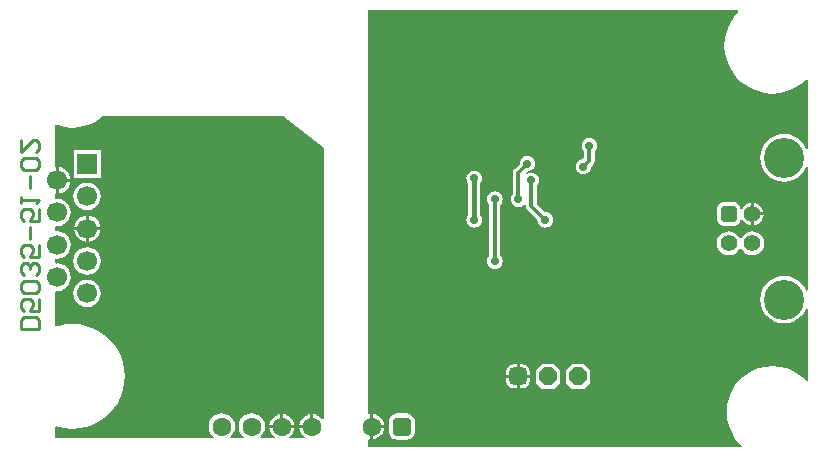
<source format=gbl>
G04*
G04 #@! TF.GenerationSoftware,Altium Limited,Altium Designer,22.6.1 (34)*
G04*
G04 Layer_Physical_Order=2*
G04 Layer_Color=16711680*
%FSLAX25Y25*%
%MOIN*%
G70*
G04*
G04 #@! TF.SameCoordinates,9ADE90FA-7DC8-4C6E-95E8-500F00D2387A*
G04*
G04*
G04 #@! TF.FilePolarity,Positive*
G04*
G01*
G75*
%ADD34C,0.01181*%
%ADD72C,0.01575*%
%ADD75C,0.06299*%
G04:AMPARAMS|DCode=76|XSize=62.99mil|YSize=62.99mil|CornerRadius=15.75mil|HoleSize=0mil|Usage=FLASHONLY|Rotation=0.000|XOffset=0mil|YOffset=0mil|HoleType=Round|Shape=RoundedRectangle|*
%AMROUNDEDRECTD76*
21,1,0.06299,0.03150,0,0,0.0*
21,1,0.03150,0.06299,0,0,0.0*
1,1,0.03150,0.01575,-0.01575*
1,1,0.03150,-0.01575,-0.01575*
1,1,0.03150,-0.01575,0.01575*
1,1,0.03150,0.01575,0.01575*
%
%ADD76ROUNDEDRECTD76*%
%ADD77P,0.06392X8X22.5*%
G04:AMPARAMS|DCode=78|XSize=59.06mil|YSize=59.06mil|CornerRadius=14.76mil|HoleSize=0mil|Usage=FLASHONLY|Rotation=0.000|XOffset=0mil|YOffset=0mil|HoleType=Round|Shape=RoundedRectangle|*
%AMROUNDEDRECTD78*
21,1,0.05906,0.02953,0,0,0.0*
21,1,0.02953,0.05906,0,0,0.0*
1,1,0.02953,0.01476,-0.01476*
1,1,0.02953,-0.01476,-0.01476*
1,1,0.02953,-0.01476,0.01476*
1,1,0.02953,0.01476,0.01476*
%
%ADD78ROUNDEDRECTD78*%
%ADD79C,0.06693*%
%ADD80R,0.06693X0.06693*%
%ADD81C,0.13386*%
%ADD82C,0.05512*%
G04:AMPARAMS|DCode=83|XSize=55.12mil|YSize=55.12mil|CornerRadius=13.78mil|HoleSize=0mil|Usage=FLASHONLY|Rotation=90.000|XOffset=0mil|YOffset=0mil|HoleType=Round|Shape=RoundedRectangle|*
%AMROUNDEDRECTD83*
21,1,0.05512,0.02756,0,0,90.0*
21,1,0.02756,0.05512,0,0,90.0*
1,1,0.02756,0.01378,0.01378*
1,1,0.02756,0.01378,-0.01378*
1,1,0.02756,-0.01378,-0.01378*
1,1,0.02756,-0.01378,0.01378*
%
%ADD83ROUNDEDRECTD83*%
%ADD84C,0.02756*%
%ADD85C,0.01000*%
G36*
X106299Y103596D02*
X106299Y13687D01*
Y13334D01*
X105799Y13164D01*
X105322Y13786D01*
X104455Y14451D01*
X103445Y14870D01*
X102862Y14946D01*
Y10827D01*
X102362D01*
Y10327D01*
X98243D01*
X98319Y9743D01*
X98738Y8734D01*
X99403Y7867D01*
X100025Y7390D01*
X99855Y6890D01*
X94869D01*
X94700Y7390D01*
X95322Y7867D01*
X95987Y8734D01*
X96405Y9743D01*
X96482Y10327D01*
X88243D01*
X88319Y9743D01*
X88737Y8734D01*
X89403Y7867D01*
X90025Y7390D01*
X89855Y6890D01*
X85198D01*
X85028Y7390D01*
X85464Y7725D01*
X86162Y8633D01*
X86600Y9691D01*
X86749Y10827D01*
X86600Y11962D01*
X86162Y13020D01*
X85464Y13929D01*
X84556Y14626D01*
X83498Y15064D01*
X82362Y15214D01*
X81227Y15064D01*
X80169Y14626D01*
X79260Y13929D01*
X78563Y13020D01*
X78125Y11962D01*
X77975Y10827D01*
X78125Y9691D01*
X78563Y8633D01*
X79260Y7725D01*
X79696Y7390D01*
X79527Y6890D01*
X75198D01*
X75028Y7390D01*
X75464Y7725D01*
X76162Y8633D01*
X76600Y9691D01*
X76749Y10827D01*
X76600Y11962D01*
X76162Y13020D01*
X75464Y13929D01*
X74556Y14626D01*
X73498Y15064D01*
X72362Y15214D01*
X71227Y15064D01*
X70169Y14626D01*
X69260Y13929D01*
X68563Y13020D01*
X68125Y11962D01*
X67975Y10827D01*
X68125Y9691D01*
X68563Y8633D01*
X69260Y7725D01*
X69696Y7390D01*
X69527Y6890D01*
X16732D01*
Y10662D01*
X17139Y10953D01*
X17974Y10669D01*
X20218Y10223D01*
X22500Y10074D01*
X24782Y10223D01*
X27026Y10669D01*
X29191Y11405D01*
X31243Y12416D01*
X33145Y13687D01*
X34864Y15195D01*
X36372Y16915D01*
X37643Y18816D01*
X38655Y20868D01*
X39390Y23033D01*
X39836Y25277D01*
X39985Y27559D01*
X39836Y29841D01*
X39390Y32085D01*
X38655Y34251D01*
X37643Y36302D01*
X36372Y38203D01*
X34864Y39923D01*
X33145Y41431D01*
X31243Y42702D01*
X29191Y43714D01*
X27026Y44449D01*
X24782Y44895D01*
X22500Y45044D01*
X20218Y44895D01*
X17974Y44449D01*
X17139Y44165D01*
X16732Y44456D01*
Y55727D01*
X17108Y56056D01*
X17500Y56005D01*
X18687Y56161D01*
X19793Y56619D01*
X20743Y57348D01*
X21471Y58298D01*
X21929Y59404D01*
X22086Y60590D01*
X21929Y61777D01*
X21471Y62883D01*
X20743Y63833D01*
X19793Y64562D01*
X18687Y65020D01*
X17500Y65176D01*
X17217Y65139D01*
X16732Y65579D01*
Y66514D01*
X17108Y66844D01*
X17500Y66792D01*
X18687Y66948D01*
X19793Y67407D01*
X20743Y68135D01*
X21471Y69085D01*
X21929Y70191D01*
X22086Y71378D01*
X21929Y72565D01*
X21471Y73671D01*
X20743Y74620D01*
X19793Y75349D01*
X18687Y75807D01*
X17500Y75964D01*
X17108Y75912D01*
X16732Y76242D01*
Y77302D01*
X17108Y77631D01*
X17500Y77580D01*
X18687Y77736D01*
X19793Y78194D01*
X20743Y78923D01*
X21471Y79873D01*
X21929Y80979D01*
X22086Y82165D01*
X21929Y83352D01*
X21471Y84458D01*
X20743Y85408D01*
X19793Y86137D01*
X18687Y86595D01*
X17500Y86751D01*
X17108Y86699D01*
X16732Y87029D01*
Y88291D01*
X17000Y88525D01*
Y92953D01*
Y97380D01*
X16732Y97615D01*
Y111168D01*
X17148Y111446D01*
X17702Y111217D01*
X20071Y110648D01*
X22500Y110457D01*
X24929Y110648D01*
X27298Y111217D01*
X29549Y112149D01*
X31627Y113422D01*
X32506Y114173D01*
X92928D01*
X106299Y103596D01*
D02*
G37*
G36*
X244493Y149361D02*
X244543Y149072D01*
X242951Y147208D01*
X241638Y145065D01*
X240676Y142744D01*
X240090Y140300D01*
X239892Y137795D01*
X240090Y135290D01*
X240676Y132847D01*
X241638Y130526D01*
X242951Y128383D01*
X244583Y126472D01*
X246493Y124840D01*
X248636Y123528D01*
X250957Y122566D01*
X253400Y121979D01*
X255906Y121782D01*
X258411Y121979D01*
X260854Y122566D01*
X263175Y123528D01*
X265318Y124840D01*
X267183Y126433D01*
X267471Y126383D01*
X267683Y126305D01*
Y103461D01*
X267183Y103387D01*
X267170Y103429D01*
X266437Y104800D01*
X265451Y106002D01*
X264249Y106988D01*
X262878Y107721D01*
X261390Y108172D01*
X259842Y108325D01*
X258295Y108172D01*
X256807Y107721D01*
X255436Y106988D01*
X254234Y106002D01*
X253248Y104800D01*
X252515Y103429D01*
X252064Y101941D01*
X251911Y100394D01*
X252064Y98846D01*
X252515Y97359D01*
X253248Y95987D01*
X254234Y94786D01*
X255436Y93799D01*
X256807Y93066D01*
X258295Y92615D01*
X259842Y92463D01*
X261390Y92615D01*
X262878Y93066D01*
X264249Y93799D01*
X265451Y94786D01*
X266437Y95987D01*
X267170Y97359D01*
X267183Y97400D01*
X267683Y97326D01*
Y56217D01*
X267183Y56143D01*
X267170Y56185D01*
X266437Y57556D01*
X265451Y58758D01*
X264249Y59744D01*
X262878Y60477D01*
X261390Y60928D01*
X259842Y61081D01*
X258295Y60928D01*
X256807Y60477D01*
X255436Y59744D01*
X254234Y58758D01*
X253248Y57556D01*
X252515Y56185D01*
X252064Y54697D01*
X251911Y53150D01*
X252064Y51602D01*
X252515Y50115D01*
X253248Y48743D01*
X254234Y47541D01*
X255436Y46555D01*
X256807Y45822D01*
X258295Y45371D01*
X259842Y45219D01*
X261390Y45371D01*
X262878Y45822D01*
X264249Y46555D01*
X265451Y47541D01*
X266437Y48743D01*
X267170Y50115D01*
X267183Y50156D01*
X267683Y50082D01*
Y26049D01*
X267214Y25876D01*
X266670Y26513D01*
X264854Y28064D01*
X262817Y29312D01*
X260610Y30226D01*
X258287Y30784D01*
X255906Y30971D01*
X253524Y30784D01*
X251201Y30226D01*
X248994Y29312D01*
X246957Y28064D01*
X245141Y26513D01*
X243590Y24696D01*
X242341Y22659D01*
X241427Y20452D01*
X240870Y18129D01*
X240682Y15748D01*
X240870Y13367D01*
X241427Y11044D01*
X242341Y8837D01*
X243590Y6800D01*
X245141Y4984D01*
X245777Y4440D01*
X245604Y3971D01*
X121063D01*
Y6375D01*
X121563Y6747D01*
X121862Y6707D01*
Y10827D01*
Y14946D01*
X121563Y14907D01*
X121063Y15278D01*
Y149572D01*
X244415D01*
X244493Y149361D01*
D02*
G37*
%LPC*%
G36*
X32046Y102893D02*
X22954D01*
Y93800D01*
X32046D01*
Y102893D01*
D02*
G37*
G36*
X18000Y97271D02*
Y93453D01*
X21818D01*
X21735Y94087D01*
X21297Y95145D01*
X20600Y96053D01*
X19692Y96749D01*
X18635Y97187D01*
X18000Y97271D01*
D02*
G37*
G36*
X21818Y92453D02*
X18000D01*
Y88635D01*
X18635Y88718D01*
X19692Y89156D01*
X20600Y89853D01*
X21297Y90761D01*
X21735Y91818D01*
X21818Y92453D01*
D02*
G37*
G36*
X27500Y92145D02*
X26313Y91988D01*
X25207Y91530D01*
X24257Y90802D01*
X23529Y89852D01*
X23071Y88746D01*
X22914Y87559D01*
X23071Y86372D01*
X23529Y85266D01*
X24257Y84316D01*
X25207Y83588D01*
X26313Y83130D01*
X27500Y82973D01*
X28687Y83130D01*
X29793Y83588D01*
X30743Y84316D01*
X31471Y85266D01*
X31929Y86372D01*
X32086Y87559D01*
X31929Y88746D01*
X31471Y89852D01*
X30743Y90802D01*
X29793Y91530D01*
X28687Y91988D01*
X27500Y92145D01*
D02*
G37*
G36*
X28000Y81090D02*
Y77272D01*
X31818D01*
X31735Y77906D01*
X31297Y78964D01*
X30600Y79872D01*
X29692Y80568D01*
X28635Y81006D01*
X28000Y81090D01*
D02*
G37*
G36*
X27000D02*
X26365Y81006D01*
X25308Y80568D01*
X24400Y79872D01*
X23703Y78964D01*
X23265Y77906D01*
X23182Y77272D01*
X27000D01*
Y81090D01*
D02*
G37*
G36*
X31818Y76272D02*
X28000D01*
Y72453D01*
X28635Y72537D01*
X29692Y72975D01*
X30600Y73672D01*
X31297Y74580D01*
X31735Y75637D01*
X31818Y76272D01*
D02*
G37*
G36*
X27000D02*
X23182D01*
X23265Y75637D01*
X23703Y74580D01*
X24400Y73672D01*
X25308Y72975D01*
X26365Y72537D01*
X27000Y72453D01*
Y76272D01*
D02*
G37*
G36*
X27500Y70570D02*
X26313Y70414D01*
X25207Y69956D01*
X24257Y69227D01*
X23529Y68277D01*
X23071Y67171D01*
X22914Y65984D01*
X23071Y64797D01*
X23529Y63691D01*
X24257Y62742D01*
X25207Y62013D01*
X26313Y61555D01*
X27500Y61399D01*
X28687Y61555D01*
X29793Y62013D01*
X30743Y62742D01*
X31471Y63691D01*
X31929Y64797D01*
X32086Y65984D01*
X31929Y67171D01*
X31471Y68277D01*
X30743Y69227D01*
X29793Y69956D01*
X28687Y70414D01*
X27500Y70570D01*
D02*
G37*
G36*
Y59782D02*
X26313Y59626D01*
X25207Y59168D01*
X24257Y58439D01*
X23529Y57490D01*
X23071Y56384D01*
X22914Y55197D01*
X23071Y54010D01*
X23529Y52904D01*
X24257Y51954D01*
X25207Y51226D01*
X26313Y50767D01*
X27500Y50611D01*
X28687Y50767D01*
X29793Y51226D01*
X30743Y51954D01*
X31471Y52904D01*
X31929Y54010D01*
X32086Y55197D01*
X31929Y56384D01*
X31471Y57490D01*
X30743Y58439D01*
X29793Y59168D01*
X28687Y59626D01*
X27500Y59782D01*
D02*
G37*
G36*
X101862Y14946D02*
X101279Y14870D01*
X100269Y14451D01*
X99403Y13786D01*
X98738Y12920D01*
X98319Y11910D01*
X98243Y11327D01*
X101862D01*
Y14946D01*
D02*
G37*
G36*
X92862D02*
Y11327D01*
X96482D01*
X96405Y11910D01*
X95987Y12920D01*
X95322Y13786D01*
X94455Y14451D01*
X93445Y14870D01*
X92862Y14946D01*
D02*
G37*
G36*
X91862D02*
X91279Y14870D01*
X90270Y14451D01*
X89403Y13786D01*
X88737Y12920D01*
X88319Y11910D01*
X88243Y11327D01*
X91862D01*
Y14946D01*
D02*
G37*
G36*
X174213Y101025D02*
X173540Y100937D01*
X172913Y100677D01*
X172374Y100264D01*
X171961Y99725D01*
X171701Y99098D01*
X171612Y98425D01*
X171615Y98409D01*
X169969Y96763D01*
X169573Y96171D01*
X169434Y95472D01*
X169434Y95472D01*
Y88463D01*
X169421Y88453D01*
X169008Y87914D01*
X168748Y87287D01*
X168660Y86614D01*
X168748Y85941D01*
X169008Y85314D01*
X169421Y84776D01*
X169960Y84362D01*
X170587Y84103D01*
X171260Y84014D01*
X171933Y84103D01*
X172560Y84362D01*
X173099Y84776D01*
X173233Y84951D01*
X173733Y84781D01*
Y84284D01*
X173733Y84284D01*
X173872Y83586D01*
X174267Y82993D01*
X177520Y79741D01*
X177518Y79724D01*
X177606Y79051D01*
X177866Y78424D01*
X178279Y77886D01*
X178818Y77473D01*
X179445Y77213D01*
X180118Y77124D01*
X180791Y77213D01*
X181418Y77473D01*
X181957Y77886D01*
X182370Y78424D01*
X182630Y79051D01*
X182718Y79724D01*
X182630Y80397D01*
X182370Y81024D01*
X181957Y81563D01*
X181418Y81976D01*
X180791Y82236D01*
X180118Y82325D01*
X180102Y82323D01*
X177384Y85040D01*
Y91033D01*
X177397Y91043D01*
X177810Y91581D01*
X178070Y92208D01*
X178158Y92881D01*
X178070Y93554D01*
X177810Y94181D01*
X177397Y94720D01*
X176858Y95133D01*
X176231Y95393D01*
X175558Y95481D01*
X174885Y95393D01*
X174258Y95133D01*
X174048Y94972D01*
X173718Y95349D01*
X174196Y95827D01*
X174213Y95825D01*
X174886Y95914D01*
X175513Y96173D01*
X176051Y96587D01*
X176464Y97125D01*
X176724Y97752D01*
X176813Y98425D01*
X176724Y99098D01*
X176464Y99725D01*
X176051Y100264D01*
X175513Y100677D01*
X174886Y100937D01*
X174213Y101025D01*
D02*
G37*
G36*
X194882Y106931D02*
X194209Y106842D01*
X193582Y106582D01*
X193043Y106169D01*
X192630Y105631D01*
X192370Y105004D01*
X192282Y104331D01*
X192370Y103658D01*
X192630Y103031D01*
X193043Y102492D01*
X193056Y102482D01*
Y100499D01*
X192913Y100041D01*
X192240Y99953D01*
X191613Y99693D01*
X191075Y99280D01*
X190662Y98741D01*
X190402Y98114D01*
X190313Y97441D01*
X190402Y96768D01*
X190662Y96141D01*
X191075Y95602D01*
X191613Y95189D01*
X192240Y94929D01*
X192913Y94841D01*
X193586Y94929D01*
X194213Y95189D01*
X194752Y95602D01*
X195165Y96141D01*
X195425Y96768D01*
X195514Y97441D01*
X195511Y97457D01*
X196173Y98119D01*
X196173Y98119D01*
X196569Y98711D01*
X196707Y99409D01*
X196707Y99410D01*
Y102482D01*
X196721Y102492D01*
X197134Y103031D01*
X197394Y103658D01*
X197482Y104331D01*
X197394Y105004D01*
X197134Y105631D01*
X196721Y106169D01*
X196182Y106582D01*
X195555Y106842D01*
X194882Y106931D01*
D02*
G37*
G36*
X249713Y85415D02*
Y82193D01*
X252935D01*
X252872Y82673D01*
X252493Y83587D01*
X251891Y84372D01*
X251107Y84974D01*
X250193Y85352D01*
X249713Y85415D01*
D02*
G37*
G36*
X252935Y81193D02*
X249713D01*
Y77970D01*
X250193Y78034D01*
X251107Y78412D01*
X251891Y79014D01*
X252493Y79799D01*
X252872Y80712D01*
X252935Y81193D01*
D02*
G37*
G36*
X242717Y85671D02*
X239961D01*
X239288Y85583D01*
X238661Y85323D01*
X238122Y84909D01*
X237709Y84371D01*
X237449Y83744D01*
X237360Y83071D01*
Y80315D01*
X237449Y79642D01*
X237709Y79015D01*
X238122Y78476D01*
X238661Y78063D01*
X239288Y77803D01*
X239961Y77715D01*
X242717D01*
X243390Y77803D01*
X244017Y78063D01*
X244555Y78476D01*
X244968Y79015D01*
X245228Y79642D01*
X245283Y80059D01*
X245796Y80126D01*
X245932Y79799D01*
X246534Y79014D01*
X247318Y78412D01*
X248232Y78034D01*
X248713Y77970D01*
Y81693D01*
Y85415D01*
X248232Y85352D01*
X247318Y84974D01*
X246534Y84372D01*
X245932Y83587D01*
X245796Y83260D01*
X245283Y83327D01*
X245228Y83744D01*
X244968Y84371D01*
X244555Y84909D01*
X244017Y85323D01*
X243390Y85583D01*
X242717Y85671D01*
D02*
G37*
G36*
X156496Y96104D02*
X155823Y96016D01*
X155196Y95756D01*
X154657Y95343D01*
X154244Y94804D01*
X153984Y94177D01*
X153896Y93504D01*
X153984Y92831D01*
X154244Y92204D01*
X154470Y91910D01*
Y81318D01*
X154244Y81024D01*
X153984Y80397D01*
X153896Y79724D01*
X153984Y79051D01*
X154244Y78424D01*
X154657Y77886D01*
X155196Y77473D01*
X155823Y77213D01*
X156496Y77124D01*
X157169Y77213D01*
X157796Y77473D01*
X158335Y77886D01*
X158748Y78424D01*
X159008Y79051D01*
X159096Y79724D01*
X159008Y80397D01*
X158748Y81024D01*
X158522Y81318D01*
Y91910D01*
X158748Y92204D01*
X159008Y92831D01*
X159096Y93504D01*
X159008Y94177D01*
X158748Y94804D01*
X158335Y95343D01*
X157796Y95756D01*
X157169Y96016D01*
X156496Y96104D01*
D02*
G37*
G36*
X249213Y75840D02*
X248180Y75704D01*
X247218Y75306D01*
X246391Y74672D01*
X245757Y73845D01*
X245546Y73336D01*
X245005D01*
X244794Y73845D01*
X244160Y74672D01*
X243334Y75306D01*
X242371Y75704D01*
X241339Y75840D01*
X240306Y75704D01*
X239344Y75306D01*
X238517Y74672D01*
X237883Y73845D01*
X237485Y72883D01*
X237349Y71850D01*
X237485Y70818D01*
X237883Y69855D01*
X238517Y69029D01*
X239344Y68395D01*
X240306Y67996D01*
X241339Y67860D01*
X242371Y67996D01*
X243334Y68395D01*
X244160Y69029D01*
X244794Y69855D01*
X245005Y70365D01*
X245546D01*
X245757Y69855D01*
X246391Y69029D01*
X247218Y68395D01*
X248180Y67996D01*
X249213Y67860D01*
X250245Y67996D01*
X251208Y68395D01*
X252034Y69029D01*
X252668Y69855D01*
X253067Y70818D01*
X253203Y71850D01*
X253067Y72883D01*
X252668Y73845D01*
X252034Y74672D01*
X251208Y75306D01*
X250245Y75704D01*
X249213Y75840D01*
D02*
G37*
G36*
X163386Y89214D02*
X162713Y89126D01*
X162086Y88866D01*
X161547Y88453D01*
X161134Y87914D01*
X160874Y87287D01*
X160786Y86614D01*
X160874Y85941D01*
X161134Y85314D01*
X161547Y84776D01*
X161560Y84766D01*
Y67794D01*
X161547Y67783D01*
X161134Y67245D01*
X160874Y66618D01*
X160786Y65945D01*
X160874Y65272D01*
X161134Y64645D01*
X161547Y64106D01*
X162086Y63693D01*
X162713Y63433D01*
X163386Y63345D01*
X164059Y63433D01*
X164686Y63693D01*
X165225Y64106D01*
X165638Y64645D01*
X165897Y65272D01*
X165986Y65945D01*
X165897Y66618D01*
X165638Y67245D01*
X165225Y67783D01*
X165211Y67794D01*
Y84766D01*
X165225Y84776D01*
X165638Y85314D01*
X165897Y85941D01*
X165986Y86614D01*
X165897Y87287D01*
X165638Y87914D01*
X165225Y88453D01*
X164686Y88866D01*
X164059Y89126D01*
X163386Y89214D01*
D02*
G37*
G36*
X172579Y31560D02*
X171602D01*
Y28059D01*
X175104D01*
Y29035D01*
X174911Y30002D01*
X174364Y30821D01*
X173545Y31368D01*
X172579Y31560D01*
D02*
G37*
G36*
X170602D02*
X169626D01*
X168660Y31368D01*
X167841Y30821D01*
X167293Y30002D01*
X167101Y29035D01*
Y28059D01*
X170602D01*
Y31560D01*
D02*
G37*
G36*
X175104Y27059D02*
X171602D01*
Y23558D01*
X172579D01*
X173545Y23750D01*
X174364Y24297D01*
X174911Y25117D01*
X175104Y26083D01*
Y27059D01*
D02*
G37*
G36*
X170602D02*
X167101D01*
Y26083D01*
X167293Y25117D01*
X167841Y24297D01*
X168660Y23750D01*
X169626Y23558D01*
X170602D01*
Y27059D01*
D02*
G37*
G36*
X193179Y31712D02*
X189026D01*
X186950Y29635D01*
Y25483D01*
X189026Y23406D01*
X193179D01*
X195255Y25483D01*
Y29635D01*
X193179Y31712D01*
D02*
G37*
G36*
X183179D02*
X179026D01*
X176950Y29635D01*
Y25483D01*
X179026Y23406D01*
X183179D01*
X185255Y25483D01*
Y29635D01*
X183179Y31712D01*
D02*
G37*
G36*
X122862Y14946D02*
Y11327D01*
X126482D01*
X126405Y11910D01*
X125987Y12920D01*
X125322Y13786D01*
X124455Y14451D01*
X123445Y14870D01*
X122862Y14946D01*
D02*
G37*
G36*
X126482Y10327D02*
X122862D01*
Y6707D01*
X123445Y6784D01*
X124455Y7202D01*
X125322Y7867D01*
X125987Y8734D01*
X126405Y9743D01*
X126482Y10327D01*
D02*
G37*
G36*
X133937Y15200D02*
X130787D01*
X130063Y15105D01*
X129388Y14825D01*
X128808Y14381D01*
X128364Y13801D01*
X128084Y13126D01*
X127989Y12402D01*
Y9252D01*
X128084Y8528D01*
X128364Y7853D01*
X128808Y7273D01*
X129388Y6828D01*
X130063Y6549D01*
X130787Y6453D01*
X133937D01*
X134661Y6549D01*
X135336Y6828D01*
X135916Y7273D01*
X136361Y7853D01*
X136640Y8528D01*
X136736Y9252D01*
Y12402D01*
X136640Y13126D01*
X136361Y13801D01*
X135916Y14381D01*
X135336Y14825D01*
X134661Y15105D01*
X133937Y15200D01*
D02*
G37*
%LPD*%
D34*
X163386Y65945D02*
Y86614D01*
X171260D02*
Y95472D01*
X174213Y98425D01*
X175558Y84284D02*
X180118Y79724D01*
X175558Y84284D02*
Y92881D01*
X192913Y97441D02*
X194882Y99409D01*
Y104331D01*
D72*
X156496Y79724D02*
Y93504D01*
D75*
X122362Y10827D02*
D03*
X82362D02*
D03*
X102362D02*
D03*
X92362D02*
D03*
X72362D02*
D03*
D76*
X132362Y10827D02*
D03*
D77*
X191102Y27559D02*
D03*
X181102D02*
D03*
D78*
X171102D02*
D03*
D79*
X17500Y60590D02*
D03*
Y71378D02*
D03*
Y82165D02*
D03*
Y92953D02*
D03*
X27500Y55197D02*
D03*
Y65984D02*
D03*
Y76772D02*
D03*
Y87559D02*
D03*
D80*
Y98347D02*
D03*
D81*
X259842Y53150D02*
D03*
Y100394D02*
D03*
D82*
X249213Y71850D02*
D03*
Y81693D02*
D03*
X241339Y71850D02*
D03*
D83*
Y81693D02*
D03*
D84*
X138779Y42323D02*
D03*
X131890Y60039D02*
D03*
Y72835D02*
D03*
Y95472D02*
D03*
X96457Y61024D02*
D03*
X131890Y108268D02*
D03*
X75787Y40354D02*
D03*
X96457Y108268D02*
D03*
X159449Y41339D02*
D03*
X163386Y86614D02*
D03*
X156496Y93504D02*
D03*
X163386Y65945D02*
D03*
X156496Y79724D02*
D03*
X150591Y69882D02*
D03*
X139764Y78740D02*
D03*
X187992Y15748D02*
D03*
X171260Y86614D02*
D03*
X185039Y79724D02*
D03*
X180118D02*
D03*
X174213Y98425D02*
D03*
X175558Y92881D02*
D03*
X196850Y92520D02*
D03*
X196923Y78735D02*
D03*
X227496Y90811D02*
D03*
X194882Y104331D02*
D03*
X192913Y97441D02*
D03*
X233268Y35433D02*
D03*
X174213Y71850D02*
D03*
X96457Y72835D02*
D03*
X53150Y80709D02*
D03*
X61024Y66929D02*
D03*
Y102362D02*
D03*
X41339Y107283D02*
D03*
X96457Y95472D02*
D03*
X204724Y52165D02*
D03*
X184055Y56102D02*
D03*
X52165Y45276D02*
D03*
X130905Y147638D02*
D03*
X183496Y104811D02*
D03*
X164996Y121311D02*
D03*
X103347Y34449D02*
D03*
X41339Y75787D02*
D03*
X229496Y110811D02*
D03*
X238496Y106811D02*
D03*
X231299Y65945D02*
D03*
X185039Y38386D02*
D03*
D85*
X11498Y43311D02*
X5500D01*
Y46310D01*
X6500Y47310D01*
X10498D01*
X11498Y46310D01*
Y43311D01*
Y53308D02*
Y49309D01*
X8499D01*
X9499Y51308D01*
Y52308D01*
X8499Y53308D01*
X6500D01*
X5500Y52308D01*
Y50309D01*
X6500Y49309D01*
X10498Y55307D02*
X11498Y56307D01*
Y58306D01*
X10498Y59306D01*
X6500D01*
X5500Y58306D01*
Y56307D01*
X6500Y55307D01*
X10498D01*
Y61305D02*
X11498Y62305D01*
Y64304D01*
X10498Y65304D01*
X9499D01*
X8499Y64304D01*
Y63305D01*
Y64304D01*
X7499Y65304D01*
X6500D01*
X5500Y64304D01*
Y62305D01*
X6500Y61305D01*
X11498Y71302D02*
Y67303D01*
X8499D01*
X9499Y69303D01*
Y70302D01*
X8499Y71302D01*
X6500D01*
X5500Y70302D01*
Y68303D01*
X6500Y67303D01*
X8499Y73301D02*
Y77300D01*
X11498Y83298D02*
Y79299D01*
X8499D01*
X9499Y81299D01*
Y82298D01*
X8499Y83298D01*
X6500D01*
X5500Y82298D01*
Y80299D01*
X6500Y79299D01*
X5500Y85297D02*
Y87297D01*
Y86297D01*
X11498D01*
X10498Y85297D01*
X8499Y90296D02*
Y94295D01*
X10498Y96294D02*
X11498Y97294D01*
Y99293D01*
X10498Y100293D01*
X6500D01*
X5500Y99293D01*
Y97294D01*
X6500Y96294D01*
X10498D01*
X5500Y106291D02*
Y102292D01*
X9499Y106291D01*
X10498D01*
X11498Y105291D01*
Y103292D01*
X10498Y102292D01*
M02*

</source>
